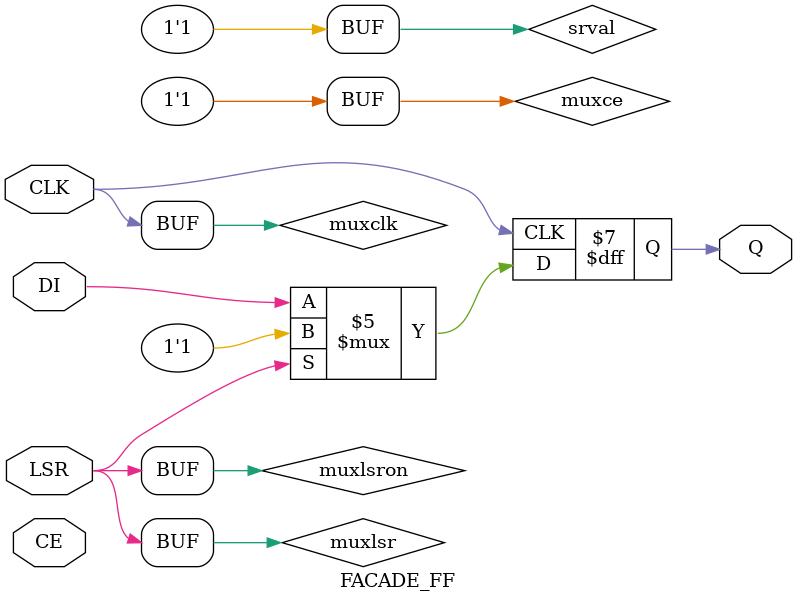
<source format=v>
module LUT4 #(
	parameter [15:0] INIT = 0
) (
	input A, B, C, D,
	output Z
);
	wire [3:0] I;
	wire [3:0] I_pd;

	genvar ii;
	generate
		for (ii = 0; ii < 4; ii = ii + 1'b1)
			assign I_pd[ii] = (I[ii] === 1'bz) ? 1'b0 : I[ii];
	endgenerate

	assign I = {D, C, B, A};
	assign Z = INIT[I_pd];
endmodule

module FACADE_FF #(
	parameter GSR = "ENABLED",
	parameter CEMUX = "1",
	parameter CLKMUX = "0",
	parameter LSRMUX = "LSR",
	parameter LSRONMUX = "LSRMUX",
	parameter SRMODE = "LSR_OVER_CE",
	parameter REGSET = "SET",
	parameter REGMODE = "FF"
) (
	input CLK, DI, LSR, CE,
	output reg Q
);

	wire muxce;
	generate
		case (CEMUX)
			"1": assign muxce = 1'b1;
			"0": assign muxce = 1'b0;
			"INV": assign muxce = ~CE;
			default: assign muxce = CE;
		endcase
	endgenerate

	wire muxlsr = (LSRMUX == "INV") ? ~LSR : LSR;
	wire muxlsron = (LSRONMUX == "LSRMUX") ? muxlsr : 1'b0;
	wire muxclk = (CLKMUX == "INV") ? ~CLK : CLK;
	wire srval = (REGSET == "SET") ? 1'b1 : 1'b0;

	generate
		if (REGMODE == "FF") begin
			if (SRMODE == "ASYNC") begin
				always @(posedge muxclk, posedge muxlsron)
					if (muxlsron)
						Q <= srval;
					else if (muxce)
						Q <= DI;
			end else begin
				always @(posedge muxclk)
					if (muxlsron)
						Q <= srval;
					else if (muxce)
						Q <= DI;
			end
		end else if (REGMODE == "LATCH") begin
			ERROR_UNSUPPORTED_FF_MODE error();
		end else begin
			ERROR_UNKNOWN_FF_MODE error();
		end
	endgenerate
endmodule

</source>
